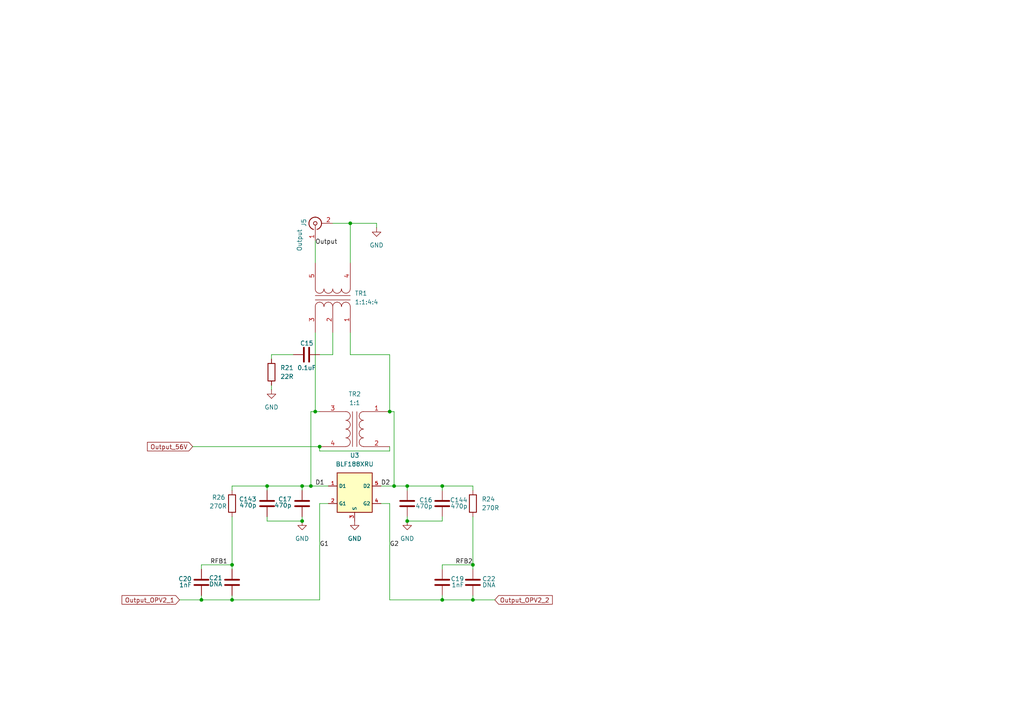
<source format=kicad_sch>
(kicad_sch (version 20231120) (generator "eeschema") (generator_version "8.0")
  (paper "A4")
  (lib_symbols
    (symbol "Connector:Conn_Coaxial" (pin_names (offset 1.016) hide)
      (property "Reference" "J" (at 0.254 3.048 0))
      (property "Value" "Conn_Coaxial" (at 2.921 0 90))
      (symbol "Conn_Coaxial_0_1"
        (arc (start -1.778 -0.508) (mid 0.2311 -1.8066) (end 1.778 0) (stroke (width 0.254)))
        (polyline (pts (xy -2.54 0) (xy -0.508 0)))
        (polyline (pts (xy 0 -2.54) (xy 0 -1.778)))
        (circle (center 0 0) (radius 0.508) (stroke (width 0.2032)))
        (arc (start 1.778 0) (mid 0.2099 1.8101) (end -1.778 0.508) (stroke (width 0.254)))
      )
      (symbol "Conn_Coaxial_1_1"
        (pin passive line (at -5.08 0 0) (length 2.54) (name "In") (number "1"))
        (pin passive line (at 0 -5.08 90) (length 2.54) (name "Ext") (number "2"))
      )
    )
    (symbol "Device:C" (pin_numbers hide) (pin_names (offset 0.254))
      (property "Reference" "C" (at 0.635 2.54 0))
      (property "Value" "C" (at 0.635 -2.54 0))
      (symbol "C_0_1"
        (polyline (pts (xy -2.032 -0.762) (xy 2.032 -0.762)) (stroke (width 0.508)))
        (polyline (pts (xy -2.032 0.762) (xy 2.032 0.762)) (stroke (width 0.508)))
      )
      (symbol "C_1_1"
        (pin passive line (at 0 3.81 270) (length 2.794) (name "~") (number "1"))
        (pin passive line (at 0 -3.81 90) (length 2.794) (name "~") (number "2"))
      )
    )
    (symbol "Device:R" (pin_numbers hide) (pin_names (offset 0))
      (property "Reference" "R" (at 2.032 0 90))
      (property "Value" "R" (at 0 0 90))
      (symbol "R_0_1"
        (rectangle (start -1.016 -2.54) (end 1.016 2.54) (stroke (width 0.254)))
      )
      (symbol "R_1_1"
        (pin passive line (at 0 3.81 270) (length 1.27) (name "~") (number "1"))
        (pin passive line (at 0 -3.81 90) (length 1.27) (name "~") (number "2"))
      )
    )
    (symbol "Device:Transformer_1P_1S" (pin_names (offset 1.016) hide)
      (property "Reference" "TR2" (at 0.0127 10.16 0))
      (property "Value" "1:1" (at 0.0127 7.62 0))
      (symbol "Transformer_1P_1S_0_1"
        (arc (start -2.54 -5.0546) (mid -1.6599 -4.6901) (end -1.27 -3.81))
        (arc (start -2.54 -2.5146) (mid -1.6599 -2.1501) (end -1.27 -1.27))
        (arc (start -2.54 0.0254) (mid -1.6599 0.3899) (end -1.27 1.27))
        (arc (start -2.54 2.5654) (mid -1.6599 2.9299) (end -1.27 3.81))
        (arc (start -1.27 -3.81) (mid -1.642 -2.912) (end -2.54 -2.54))
        (arc (start -1.27 -1.27) (mid -1.642 -0.372) (end -2.54 0))
        (arc (start -1.27 1.27) (mid -1.642 2.168) (end -2.54 2.54))
        (arc (start -1.27 3.81) (mid -1.642 4.708) (end -2.54 5.08))
        (polyline (pts (xy -0.635 5.08) (xy -0.635 -5.08)))
        (polyline (pts (xy 0.635 -5.08) (xy 0.635 5.08)))
        (arc (start 1.2954 -1.27) (mid 1.6599 -2.1501) (end 2.54 -2.5146))
        (arc (start 1.2954 1.27) (mid 1.6599 0.3899) (end 2.54 0.0254))
        (arc (start 1.2954 3.81) (mid 1.6599 2.9299) (end 2.54 2.5654))
        (arc (start 1.3208 -3.81) (mid 1.6853 -4.6901) (end 2.5654 -5.0546))
        (arc (start 2.54 0) (mid 1.642 -0.372) (end 1.2954 -1.27))
        (arc (start 2.54 2.54) (mid 1.642 2.168) (end 1.2954 1.27))
        (arc (start 2.54 5.08) (mid 1.642 4.708) (end 1.2954 3.81))
        (arc (start 2.5654 -2.54) (mid 1.6674 -2.912) (end 1.3208 -3.81))
      )
      (symbol "Transformer_1P_1S_1_1"
        (pin passive line (at 10.16 5.08 180) (length 7.62) (name "SB") (number "1"))
        (pin passive line (at 10.16 -5.08 180) (length 7.62) (name "SA") (number "2"))
        (pin passive line (at -10.16 5.08 0) (length 7.62) (name "AA") (number "3"))
        (pin passive line (at -10.16 -5.08 0) (length 7.62) (name "AB") (number "4"))
      )
    )
    (symbol "Device:Transformer_SP_1S" (pin_names (offset 1.016) hide)
      (property "Reference" "TR1" (at 1.2828 -6.35 90))
      (property "Value" "1:1:4:4" (at -1.2572 -6.35 90))
      (symbol "Transformer_SP_1S_0_1"
        (arc (start -2.54 -5.0546) (mid -1.6599 -4.6901) (end -1.27 -3.81))
        (arc (start -2.54 -2.5146) (mid -1.6599 -2.1501) (end -1.27 -1.27))
        (arc (start -2.54 0.0254) (mid -1.6599 0.3899) (end -1.27 1.27))
        (arc (start -2.54 2.5654) (mid -1.6599 2.9299) (end -1.27 3.81))
        (arc (start -1.27 -3.81) (mid -1.642 -2.912) (end -2.54 -2.54))
        (arc (start -1.27 -1.27) (mid -1.642 -0.372) (end -2.54 0))
        (arc (start -1.27 1.27) (mid -1.642 2.168) (end -2.54 2.54))
        (arc (start -1.27 3.81) (mid -1.642 4.708) (end -2.54 5.08))
        (polyline (pts (xy -0.635 5.08) (xy -0.635 -5.08)))
        (polyline (pts (xy 0.635 -5.08) (xy 0.635 5.08)))
        (arc (start 1.2954 -1.27) (mid 1.6599 -2.1501) (end 2.54 -2.5146))
        (arc (start 1.2954 1.27) (mid 1.6599 0.3899) (end 2.54 0.0254))
        (arc (start 1.2954 3.81) (mid 1.6599 2.9299) (end 2.54 2.5654))
        (arc (start 1.3208 -3.81) (mid 1.6853 -4.6901) (end 2.5654 -5.0546))
        (arc (start 2.54 0) (mid 1.642 -0.372) (end 1.2954 -1.27))
        (arc (start 2.54 2.54) (mid 1.642 2.168) (end 1.2954 1.27))
        (arc (start 2.54 5.08) (mid 1.642 4.708) (end 1.2954 3.81))
        (arc (start 2.5654 -2.54) (mid 1.6674 -2.912) (end 1.3208 -3.81))
      )
      (symbol "Transformer_SP_1S_1_1"
        (pin passive line (at -10.16 -5.08 0) (length 7.62) (name "PR2") (number "1"))
        (pin passive line (at -10.16 0 0) (length 7.62) (name "PM") (number "2"))
        (pin passive line (at -10.16 5.08 0) (length 7.62) (name "PR1") (number "3"))
        (pin passive line (at 10.16 -5.08 180) (length 7.62) (name "S1") (number "4"))
        (pin passive line (at 10.16 5.08 180) (length 7.62) (name "S2") (number "5"))
      )
    )
    (symbol "New_Library_0:BLF188XRU"
      (property "Reference" "U" (at -3.81 8.89 0))
      (property "Value" "BLF188XRU" (at 8.89 8.89 0))
      (symbol "BLF188XRU_0_1"
        (rectangle (start -5.08 6.35) (end 5.08 -5.08) (stroke (width 0.254)) (fill (type background)))
      )
      (symbol "BLF188XRU_1_1"
        (pin input line (at -7.62 2.54 0) (length 2.54) (name "D1") (number "1"))
        (pin input line (at -7.62 -2.54 0) (length 2.54) (name "G1") (number "2"))
        (pin power_in line (at 0 -7.62 90) (length 2.54) (name "S") (number "3"))
        (pin input line (at 7.62 -2.54 180) (length 2.54) (name "G2") (number "4"))
        (pin output line (at 7.62 2.54 180) (length 2.54) (name "D2") (number "5"))
      )
    )
    (symbol "power:GND" (power) (pin_numbers hide) (pin_names (offset 0) hide)
      (property "Value" "GND" (at 0 -3.81 0))
      (symbol "GND_0_1"
        (polyline (pts (xy 0 0) (xy 0 -1.27) (xy 1.27 -1.27) (xy 0 -2.54) (xy -1.27 -1.27) (xy 0 -1.27)))
      )
      (symbol "GND_1_1"
        (pin power_in line (at 0 0 270) (length 0) (name "~") (number "1"))
      )
    )
  )
  (junction (at 118.11 140.97))
  (junction (at 87.63 151.13))
  (junction (at 67.31 163.83))
  (junction (at 118.11 151.13))
  (junction (at 58.42 173.99))
  (junction (at 87.63 140.97))
  (junction (at 90.17 140.97))
  (junction (at 91.44 119.38))
  (junction (at 128.27 140.97))
  (junction (at 67.31 173.99))
  (junction (at 114.3 140.97))
  (junction (at 128.27 173.99))
  (junction (at 101.6 64.77))
  (junction (at 92.71 129.54))
  (junction (at 137.16 163.83))
  (junction (at 77.47 140.97))
  (junction (at 113.03 119.38))
  (junction (at 137.16 173.99))
  (wire (pts (xy 101.6 76.2) (xy 101.6 64.77)))
  (wire (pts (xy 78.74 102.87) (xy 78.74 104.14)))
  (wire (pts (xy 92.71 129.54) (xy 92.71 130.81)))
  (wire (pts (xy 91.44 69.85) (xy 91.44 76.2)))
  (wire (pts (xy 109.22 64.77) (xy 109.22 66.04)))
  (wire (pts (xy 67.31 140.97) (xy 77.47 140.97)))
  (wire (pts (xy 55.88 129.54) (xy 92.71 129.54)))
  (wire (pts (xy 137.16 149.86) (xy 137.16 163.83)))
  (wire (pts (xy 128.27 140.97) (xy 137.16 140.97)))
  (wire (pts (xy 91.44 119.38) (xy 90.17 119.38)))
  (wire (pts (xy 67.31 140.97) (xy 67.31 142.24)))
  (wire (pts (xy 113.03 146.05) (xy 110.49 146.05)))
  (wire (pts (xy 87.63 149.86) (xy 87.63 151.13)))
  (wire (pts (xy 92.71 146.05) (xy 92.71 173.99)))
  (wire (pts (xy 128.27 173.99) (xy 137.16 173.99)))
  (wire (pts (xy 128.27 165.1) (xy 128.27 163.83)))
  (wire (pts (xy 96.52 96.52) (xy 96.52 102.87)))
  (wire (pts (xy 67.31 173.99) (xy 58.42 173.99)))
  (wire (pts (xy 113.03 146.05) (xy 113.03 173.99)))
  (wire (pts (xy 90.17 140.97) (xy 95.25 140.97)))
  (wire (pts (xy 87.63 140.97) (xy 87.63 142.24)))
  (wire (pts (xy 67.31 163.83) (xy 67.31 165.1)))
  (wire (pts (xy 118.11 140.97) (xy 128.27 140.97)))
  (wire (pts (xy 128.27 151.13) (xy 118.11 151.13)))
  (wire (pts (xy 114.3 119.38) (xy 114.3 140.97)))
  (wire (pts (xy 67.31 163.83) (xy 58.42 163.83)))
  (wire (pts (xy 92.71 119.38) (xy 91.44 119.38)))
  (wire (pts (xy 114.3 140.97) (xy 118.11 140.97)))
  (wire (pts (xy 87.63 140.97) (xy 90.17 140.97)))
  (wire (pts (xy 52.07 173.99) (xy 58.42 173.99)))
  (wire (pts (xy 137.16 163.83) (xy 137.16 165.1)))
  (wire (pts (xy 137.16 142.24) (xy 137.16 140.97)))
  (wire (pts (xy 101.6 102.87) (xy 113.03 102.87)))
  (wire (pts (xy 137.16 172.72) (xy 137.16 173.99)))
  (wire (pts (xy 77.47 151.13) (xy 87.63 151.13)))
  (wire (pts (xy 101.6 64.77) (xy 109.22 64.77)))
  (wire (pts (xy 137.16 173.99) (xy 143.51 173.99)))
  (wire (pts (xy 77.47 140.97) (xy 87.63 140.97)))
  (wire (pts (xy 67.31 149.86) (xy 67.31 163.83)))
  (wire (pts (xy 67.31 172.72) (xy 67.31 173.99)))
  (wire (pts (xy 118.11 151.13) (xy 118.11 149.86)))
  (wire (pts (xy 114.3 119.38) (xy 113.03 119.38)))
  (wire (pts (xy 113.03 173.99) (xy 128.27 173.99)))
  (wire (pts (xy 128.27 163.83) (xy 137.16 163.83)))
  (wire (pts (xy 113.03 102.87) (xy 113.03 119.38)))
  (wire (pts (xy 118.11 140.97) (xy 118.11 142.24)))
  (wire (pts (xy 58.42 172.72) (xy 58.42 173.99)))
  (wire (pts (xy 77.47 140.97) (xy 77.47 142.24)))
  (wire (pts (xy 78.74 111.76) (xy 78.74 113.03)))
  (wire (pts (xy 90.17 119.38) (xy 90.17 140.97)))
  (wire (pts (xy 96.52 64.77) (xy 101.6 64.77)))
  (wire (pts (xy 85.09 102.87) (xy 78.74 102.87)))
  (wire (pts (xy 91.44 119.38) (xy 91.44 96.52)))
  (wire (pts (xy 128.27 149.86) (xy 128.27 151.13)))
  (wire (pts (xy 128.27 172.72) (xy 128.27 173.99)))
  (wire (pts (xy 101.6 102.87) (xy 101.6 96.52)))
  (wire (pts (xy 77.47 149.86) (xy 77.47 151.13)))
  (wire (pts (xy 58.42 163.83) (xy 58.42 165.1)))
  (wire (pts (xy 113.03 129.54) (xy 113.03 130.81)))
  (wire (pts (xy 96.52 102.87) (xy 92.71 102.87)))
  (wire (pts (xy 92.71 146.05) (xy 95.25 146.05)))
  (wire (pts (xy 92.71 173.99) (xy 67.31 173.99)))
  (wire (pts (xy 110.49 140.97) (xy 114.3 140.97)))
  (wire (pts (xy 113.03 130.81) (xy 92.71 130.81)))
  (wire (pts (xy 128.27 140.97) (xy 128.27 142.24)))
  (label "G2" (at 113.03 158.75 0))
  (label "RFB1" (at 60.96 163.83 0))
  (label "D2" (at 110.49 140.97 0))
  (label "D1" (at 91.44 140.97 0))
  (label "G1" (at 92.71 158.75 0))
  (label "RFB2" (at 132.08 163.83 0))
  (label "Output" (at 91.44 71.12 0))
  (global_label "Output_OPV2_2" (shape input) (at 143.51 173.99 0) (property "Intersheetrefs" "${INTERSHEET_REFS}" (effects (hide yes))))
  (global_label "Output_OPV2_1" (shape input) (at 52.07 173.99 180) (property "Intersheetrefs" "${INTERSHEET_REFS}" (effects (hide yes))))
  (global_label "Output_56V" (shape input) (at 55.88 129.54 180) (property "Intersheetrefs" "${INTERSHEET_REFS}" (effects (hide yes))))
  (symbol (lib_id "Device:C") (at 77.47 146.05 180) (unit 1)
    (property "Reference" "C143" (at 74.422 144.78 0) (effects (justify left)))
    (property "Value" "470p" (at 74.422 146.558 0) (effects (justify left)))
    (property "Footprint" "Capacitor_SMD:C_1210_3225Metric_Pad1.33x2.70mm_HandSolder" (effects (hide yes)))
    (property "Description" "Unpolarized capacitor" (effects (hide yes)))
  )
  (symbol (lib_id "power:GND") (at 78.74 113.03 0) (unit 1)
    (property "Reference" "#PWR03" (effects (hide yes)))
    (property "Value" "GND" (at 78.74 118.11 0))
    (property "Description" "Power symbol creates a global label with name \"GND\" , ground" (effects (hide yes)))
  )
  (symbol (lib_id "Device:R") (at 78.74 107.95 0) (unit 1)
    (property "Reference" "R21" (at 81.28 106.6799 0) (effects (justify left)))
    (property "Value" "22R" (at 81.28 109.2199 0) (effects (justify left)))
    (property "Footprint" "Resistor_SMD:R_0603_1608Metric_Pad0.98x0.95mm_HandSolder" (effects (hide yes)))
    (property "Description" "Resistor" (effects (hide yes)))
  )
  (symbol (lib_id "Device:C") (at 128.27 146.05 180) (unit 1)
    (property "Reference" "C144" (at 135.636 145.034 0) (effects (justify left)))
    (property "Value" "470p" (at 135.636 146.812 0) (effects (justify left)))
    (property "Footprint" "Capacitor_SMD:C_1210_3225Metric_Pad1.33x2.70mm_HandSolder" (effects (hide yes)))
    (property "Description" "Unpolarized capacitor" (effects (hide yes)))
  )
  (symbol (lib_id "Device:R") (at 137.16 146.05 0) (unit 1)
    (property "Reference" "R24" (at 139.7 144.7799 0) (effects (justify left)))
    (property "Value" "270R" (at 139.7 147.3199 0) (effects (justify left)))
    (property "Footprint" "Library:AX_1.000X.225_.034" (effects (hide yes)))
    (property "Description" "Resistor" (effects (hide yes)))
  )
  (symbol (lib_id "power:GND") (at 109.22 66.04 0) (unit 1)
    (property "Reference" "#PWR06" (effects (hide yes)))
    (property "Value" "GND" (at 109.22 71.12 0))
    (property "Description" "Power symbol creates a global label with name \"GND\" , ground" (effects (hide yes)))
  )
  (symbol (lib_id "Device:C") (at 58.42 168.91 180) (unit 1)
    (property "Reference" "C20" (at 55.626 167.894 0) (effects (justify left)))
    (property "Value" "1nF" (at 55.626 169.672 0) (effects (justify left)))
    (property "Footprint" "Capacitor_SMD:C_0603_1608Metric_Pad1.08x0.95mm_HandSolder" (effects (hide yes)))
    (property "Description" "Unpolarized capacitor" (effects (hide yes)))
  )
  (symbol (lib_id "Connector:Conn_Coaxial") (at 91.44 64.77 90) (unit 1)
    (property "Reference" "J5" (at 88.138 65.786 0) (effects (justify left)))
    (property "Value" "Output" (at 86.868 72.898 0) (effects (justify left)))
    (property "Footprint" "Connector_Coaxial:SMA_Amphenol_901-144_Vertical" (effects (hide yes)))
    (property "Description" "coaxial connector (BNC, SMA, SMB, SMC, Cinch/RCA, LEMO, ...)" (effects (hide yes)))
  )
  (symbol (lib_id "Device:C") (at 118.11 146.05 180) (unit 1)
    (property "Reference" "C16" (at 125.476 145.034 0) (effects (justify left)))
    (property "Value" "470p" (at 125.476 146.812 0) (effects (justify left)))
    (property "Footprint" "Capacitor_SMD:C_1210_3225Metric_Pad1.33x2.70mm_HandSolder" (effects (hide yes)))
    (property "Description" "Unpolarized capacitor" (effects (hide yes)))
  )
  (symbol (lib_id "Device:Transformer_SP_1S") (at 96.52 86.36 90) (unit 1)
    (property "Reference" "TR1" (at 102.87 85.0772 90) (effects (justify right)))
    (property "Value" "1:1:4:4" (at 102.87 87.6172 90) (effects (justify right)))
    (property "Footprint" "Library:TR1" (effects (hide yes)))
    (property "Description" "Transformer, split primary, single secondary" (effects (hide yes)))
  )
  (symbol (lib_id "Device:C") (at 88.9 102.87 90) (unit 1)
    (property "Reference" "C15" (at 90.932 99.568 90) (effects (justify left)))
    (property "Value" "0.1uF" (at 91.694 106.68 90) (effects (justify left)))
    (property "Footprint" "Capacitor_SMD:C_0603_1608Metric_Pad1.08x0.95mm_HandSolder" (effects (hide yes)))
    (property "Description" "Unpolarized capacitor" (effects (hide yes)))
  )
  (symbol (lib_id "Device:C") (at 67.31 168.91 180) (unit 1)
    (property "Reference" "C21" (at 64.516 167.64 0) (effects (justify left)))
    (property "Value" "DNA" (at 64.516 169.418 0) (effects (justify left)))
    (property "Footprint" "Capacitor_SMD:C_0603_1608Metric_Pad1.08x0.95mm_HandSolder" (effects (hide yes)))
    (property "Description" "Unpolarized capacitor" (effects (hide yes)))
  )
  (symbol (lib_id "Device:C") (at 137.16 168.91 180) (unit 1)
    (property "Reference" "C22" (at 143.764 167.894 0) (effects (justify left)))
    (property "Value" "DNA" (at 143.764 169.672 0) (effects (justify left)))
    (property "Footprint" "Capacitor_SMD:C_0603_1608Metric_Pad1.08x0.95mm_HandSolder" (effects (hide yes)))
    (property "Description" "Unpolarized capacitor" (effects (hide yes)))
  )
  (symbol (lib_id "power:GND") (at 87.63 151.13 0) (unit 1)
    (property "Reference" "#PWR041" (effects (hide yes)))
    (property "Value" "GND" (at 87.63 156.21 0))
    (property "Description" "Power symbol creates a global label with name \"GND\" , ground" (effects (hide yes)))
  )
  (symbol (lib_id "Device:C") (at 128.27 168.91 180) (unit 1)
    (property "Reference" "C19" (at 134.62 167.894 0) (effects (justify left)))
    (property "Value" "1nF" (at 134.62 169.672 0) (effects (justify left)))
    (property "Footprint" "Capacitor_SMD:C_0603_1608Metric_Pad1.08x0.95mm_HandSolder" (effects (hide yes)))
    (property "Description" "Unpolarized capacitor" (effects (hide yes)))
  )
  (symbol (lib_id "New_Library_0:BLF188XRU") (at 102.87 143.51 0) (unit 1)
    (property "Reference" "U3" (at 102.87 132.08 0))
    (property "Value" "BLF188XRU" (at 102.87 134.62 0))
    (property "Footprint" "Library:SOT539A" (effects (hide yes)))
  )
  (symbol (lib_id "Device:R") (at 67.31 146.05 0) (unit 1)
    (property "Reference" "R26" (at 61.468 144.272 0) (effects (justify left)))
    (property "Value" "270R" (at 60.706 146.812 0) (effects (justify left)))
    (property "Footprint" "Library:AX_1.000X.225_.034" (effects (hide yes)))
    (property "Description" "Resistor" (effects (hide yes)))
  )
  (symbol (lib_id "Device:Transformer_1P_1S") (at 102.87 124.46 0) (unit 1)
    (property "Reference" "TR2" (at 102.8827 114.3 0))
    (property "Value" "1:1" (at 102.8827 116.84 0))
    (property "Footprint" "Library:TR2" (effects (hide yes)))
    (property "Description" "Transformer, single primary, single secondary" (effects (hide yes)))
  )
  (symbol (lib_id "power:GND") (at 102.87 151.13 0) (unit 1)
    (property "Reference" "#PWR036" (effects (hide yes)))
    (property "Value" "GND" (at 102.87 156.21 0))
    (property "Description" "Power symbol creates a global label with name \"GND\" , ground" (effects (hide yes)))
  )
  (symbol (lib_id "Device:C") (at 87.63 146.05 180) (unit 1)
    (property "Reference" "C17" (at 84.582 144.78 0) (effects (justify left)))
    (property "Value" "470p" (at 84.582 146.558 0) (effects (justify left)))
    (property "Footprint" "Capacitor_SMD:C_1210_3225Metric_Pad1.33x2.70mm_HandSolder" (effects (hide yes)))
    (property "Description" "Unpolarized capacitor" (effects (hide yes)))
  )
  (symbol (lib_id "power:GND") (at 118.11 151.13 0) (unit 1)
    (property "Reference" "#PWR046" (effects (hide yes)))
    (property "Value" "GND" (at 118.11 156.21 0))
    (property "Description" "Power symbol creates a global label with name \"GND\" , ground" (effects (hide yes)))
  )
)
</source>
